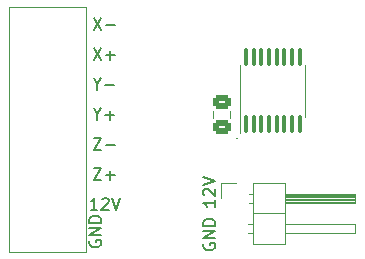
<source format=gto>
%TF.GenerationSoftware,KiCad,Pcbnew,(6.0.11-0)*%
%TF.CreationDate,2023-09-03T14:24:23+02:00*%
%TF.ProjectId,Endstop_Levelshifter,456e6473-746f-4705-9f4c-6576656c7368,0.1*%
%TF.SameCoordinates,Original*%
%TF.FileFunction,Legend,Top*%
%TF.FilePolarity,Positive*%
%FSLAX46Y46*%
G04 Gerber Fmt 4.6, Leading zero omitted, Abs format (unit mm)*
G04 Created by KiCad (PCBNEW (6.0.11-0)) date 2023-09-03 14:24:23*
%MOMM*%
%LPD*%
G01*
G04 APERTURE LIST*
G04 Aperture macros list*
%AMRoundRect*
0 Rectangle with rounded corners*
0 $1 Rounding radius*
0 $2 $3 $4 $5 $6 $7 $8 $9 X,Y pos of 4 corners*
0 Add a 4 corners polygon primitive as box body*
4,1,4,$2,$3,$4,$5,$6,$7,$8,$9,$2,$3,0*
0 Add four circle primitives for the rounded corners*
1,1,$1+$1,$2,$3*
1,1,$1+$1,$4,$5*
1,1,$1+$1,$6,$7*
1,1,$1+$1,$8,$9*
0 Add four rect primitives between the rounded corners*
20,1,$1+$1,$2,$3,$4,$5,0*
20,1,$1+$1,$4,$5,$6,$7,0*
20,1,$1+$1,$6,$7,$8,$9,0*
20,1,$1+$1,$8,$9,$2,$3,0*%
G04 Aperture macros list end*
%ADD10C,0.150000*%
%ADD11C,0.120000*%
%ADD12R,2.000000X2.000000*%
%ADD13C,2.000000*%
%ADD14RoundRect,0.250000X0.475000X-0.337500X0.475000X0.337500X-0.475000X0.337500X-0.475000X-0.337500X0*%
%ADD15R,1.700000X1.700000*%
%ADD16O,1.700000X1.700000*%
%ADD17RoundRect,0.100000X0.100000X-0.637500X0.100000X0.637500X-0.100000X0.637500X-0.100000X-0.637500X0*%
G04 APERTURE END LIST*
D10*
X104148000Y-89915904D02*
X104100380Y-90011142D01*
X104100380Y-90154000D01*
X104148000Y-90296857D01*
X104243238Y-90392095D01*
X104338476Y-90439714D01*
X104528952Y-90487333D01*
X104671809Y-90487333D01*
X104862285Y-90439714D01*
X104957523Y-90392095D01*
X105052761Y-90296857D01*
X105100380Y-90154000D01*
X105100380Y-90058761D01*
X105052761Y-89915904D01*
X105005142Y-89868285D01*
X104671809Y-89868285D01*
X104671809Y-90058761D01*
X105100380Y-89439714D02*
X104100380Y-89439714D01*
X105100380Y-88868285D01*
X104100380Y-88868285D01*
X105100380Y-88392095D02*
X104100380Y-88392095D01*
X104100380Y-88154000D01*
X104148000Y-88011142D01*
X104243238Y-87915904D01*
X104338476Y-87868285D01*
X104528952Y-87820666D01*
X104671809Y-87820666D01*
X104862285Y-87868285D01*
X104957523Y-87915904D01*
X105052761Y-88011142D01*
X105100380Y-88154000D01*
X105100380Y-88392095D01*
X105100380Y-86217047D02*
X105100380Y-86788476D01*
X105100380Y-86502761D02*
X104100380Y-86502761D01*
X104243238Y-86598000D01*
X104338476Y-86693238D01*
X104386095Y-86788476D01*
X104195619Y-85836095D02*
X104148000Y-85788476D01*
X104100380Y-85693238D01*
X104100380Y-85455142D01*
X104148000Y-85359904D01*
X104195619Y-85312285D01*
X104290857Y-85264666D01*
X104386095Y-85264666D01*
X104528952Y-85312285D01*
X105100380Y-85883714D01*
X105100380Y-85264666D01*
X104100380Y-84978952D02*
X105100380Y-84645619D01*
X104100380Y-84312285D01*
X94496000Y-89661904D02*
X94448380Y-89757142D01*
X94448380Y-89900000D01*
X94496000Y-90042857D01*
X94591238Y-90138095D01*
X94686476Y-90185714D01*
X94876952Y-90233333D01*
X95019809Y-90233333D01*
X95210285Y-90185714D01*
X95305523Y-90138095D01*
X95400761Y-90042857D01*
X95448380Y-89900000D01*
X95448380Y-89804761D01*
X95400761Y-89661904D01*
X95353142Y-89614285D01*
X95019809Y-89614285D01*
X95019809Y-89804761D01*
X95448380Y-89185714D02*
X94448380Y-89185714D01*
X95448380Y-88614285D01*
X94448380Y-88614285D01*
X95448380Y-88138095D02*
X94448380Y-88138095D01*
X94448380Y-87900000D01*
X94496000Y-87757142D01*
X94591238Y-87661904D01*
X94686476Y-87614285D01*
X94876952Y-87566666D01*
X95019809Y-87566666D01*
X95210285Y-87614285D01*
X95305523Y-87661904D01*
X95400761Y-87757142D01*
X95448380Y-87900000D01*
X95448380Y-88138095D01*
X95138952Y-87066380D02*
X94567523Y-87066380D01*
X94853238Y-87066380D02*
X94853238Y-86066380D01*
X94758000Y-86209238D01*
X94662761Y-86304476D01*
X94567523Y-86352095D01*
X95519904Y-86161619D02*
X95567523Y-86114000D01*
X95662761Y-86066380D01*
X95900857Y-86066380D01*
X95996095Y-86114000D01*
X96043714Y-86161619D01*
X96091333Y-86256857D01*
X96091333Y-86352095D01*
X96043714Y-86494952D01*
X95472285Y-87066380D01*
X96091333Y-87066380D01*
X96377047Y-86066380D02*
X96710380Y-87066380D01*
X97043714Y-86066380D01*
X94805619Y-83526380D02*
X95472285Y-83526380D01*
X94805619Y-84526380D01*
X95472285Y-84526380D01*
X95853238Y-84145428D02*
X96615142Y-84145428D01*
X96234190Y-84526380D02*
X96234190Y-83764476D01*
X94805619Y-80986380D02*
X95472285Y-80986380D01*
X94805619Y-81986380D01*
X95472285Y-81986380D01*
X95853238Y-81605428D02*
X96615142Y-81605428D01*
X95138952Y-78970190D02*
X95138952Y-79446380D01*
X94805619Y-78446380D02*
X95138952Y-78970190D01*
X95472285Y-78446380D01*
X95805619Y-79065428D02*
X96567523Y-79065428D01*
X96186571Y-79446380D02*
X96186571Y-78684476D01*
X95138952Y-76430190D02*
X95138952Y-76906380D01*
X94805619Y-75906380D02*
X95138952Y-76430190D01*
X95472285Y-75906380D01*
X95805619Y-76525428D02*
X96567523Y-76525428D01*
X94805619Y-73366380D02*
X95472285Y-74366380D01*
X95472285Y-73366380D02*
X94805619Y-74366380D01*
X95853238Y-73985428D02*
X96615142Y-73985428D01*
X96234190Y-74366380D02*
X96234190Y-73604476D01*
X94805619Y-70826380D02*
X95472285Y-71826380D01*
X95472285Y-70826380D02*
X94805619Y-71826380D01*
X95853238Y-71445428D02*
X96615142Y-71445428D01*
X106934001Y-81026000D02*
G75*
G03*
X106934001Y-81026000I-1J0D01*
G01*
D11*
%TO.C,J1*%
X94182000Y-69884000D02*
X87682000Y-69884000D01*
X94182000Y-69884000D02*
X94182000Y-90644000D01*
X87682000Y-69884000D02*
X87682000Y-90604000D01*
X94182000Y-90644000D02*
X87682000Y-90604000D01*
%TO.C,C1*%
X104929000Y-79255252D02*
X104929000Y-78732748D01*
X106399000Y-79255252D02*
X106399000Y-78732748D01*
%TO.C,J4*%
X110977000Y-86256000D02*
X116977000Y-86256000D01*
X116977000Y-89016000D02*
X110977000Y-89016000D01*
X105607000Y-84826000D02*
X106877000Y-84826000D01*
X110977000Y-86016000D02*
X116977000Y-86016000D01*
X110977000Y-85716000D02*
X116977000Y-85716000D01*
X116977000Y-86476000D02*
X110977000Y-86476000D01*
X110977000Y-84766000D02*
X108317000Y-84766000D01*
X108317000Y-84766000D02*
X108317000Y-89966000D01*
X110977000Y-85896000D02*
X116977000Y-85896000D01*
X116977000Y-85716000D02*
X116977000Y-86476000D01*
X110977000Y-86376000D02*
X116977000Y-86376000D01*
X110977000Y-85776000D02*
X116977000Y-85776000D01*
X105607000Y-86096000D02*
X105607000Y-84826000D01*
X108317000Y-87366000D02*
X110977000Y-87366000D01*
X110977000Y-86136000D02*
X116977000Y-86136000D01*
X108317000Y-89966000D02*
X110977000Y-89966000D01*
X107987000Y-86476000D02*
X108317000Y-86476000D01*
X110977000Y-89966000D02*
X110977000Y-84766000D01*
X110977000Y-88256000D02*
X116977000Y-88256000D01*
X107919929Y-89016000D02*
X108317000Y-89016000D01*
X107987000Y-85716000D02*
X108317000Y-85716000D01*
X116977000Y-88256000D02*
X116977000Y-89016000D01*
X107919929Y-88256000D02*
X108317000Y-88256000D01*
%TO.C,IC1*%
X112717000Y-76962000D02*
X112717000Y-74762000D01*
X107247000Y-76962000D02*
X107247000Y-80562000D01*
X107247000Y-76962000D02*
X107247000Y-74762000D01*
X112717000Y-76962000D02*
X112717000Y-79162000D01*
%TD*%
%LPC*%
D12*
%TO.C,J1*%
X90932000Y-71354000D03*
D13*
X90932000Y-73894000D03*
X90932000Y-76434000D03*
X90932000Y-78974000D03*
X90932000Y-81514000D03*
X90932000Y-84054000D03*
X90932000Y-86594000D03*
X90932000Y-89134000D03*
%TD*%
D14*
%TO.C,C1*%
X105664000Y-80031500D03*
X105664000Y-77956500D03*
%TD*%
D15*
%TO.C,J4*%
X106877000Y-86096000D03*
D16*
X106877000Y-88636000D03*
%TD*%
D15*
%TO.C,J3*%
X96774000Y-88900000D03*
D16*
X99314000Y-88900000D03*
X101854000Y-88900000D03*
%TD*%
D15*
%TO.C,J2*%
X101854000Y-76200000D03*
D16*
X101854000Y-78740000D03*
X101854000Y-81280000D03*
X101854000Y-83820000D03*
X101854000Y-86360000D03*
%TD*%
D17*
%TO.C,IC1*%
X107707000Y-74099500D03*
X108357000Y-74099500D03*
X109007000Y-74099500D03*
X109657000Y-74099500D03*
X110307000Y-74099500D03*
X110957000Y-74099500D03*
X111607000Y-74099500D03*
X112257000Y-74099500D03*
X112257000Y-79824500D03*
X111607000Y-79824500D03*
X110957000Y-79824500D03*
X110307000Y-79824500D03*
X109657000Y-79824500D03*
X109007000Y-79824500D03*
X108357000Y-79824500D03*
X107707000Y-79824500D03*
%TD*%
M02*

</source>
